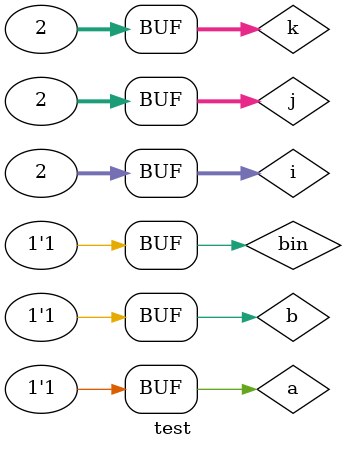
<source format=v>
module fullSubtractor(input a, input b, input bin, output d, output bout);

  wire d, bout;

  assign d = a ^ b ^ bin;
  assign bout = ~a & b | ~(a ^ b) & bin;
endmodule

module test;
  reg a, b, bin;
  wire bout, d;
  integer i, j, k;

  fullSubtractor uut(a, b, bin, d, bout);

  initial
    $monitor("%d - %d - %d = %d %d", a, b, bin, bout, d);

  initial
    begin
      for(i = 0; i < 2; i++)
        begin
          for(j = 0; j < 2; j++)
            begin
              for(k = 0; k < 2; k++)
                begin
                  a = i;
                  b = j;
                  bin = k;
                  #5;
                end
            end
        end
    end
endmodule

</source>
